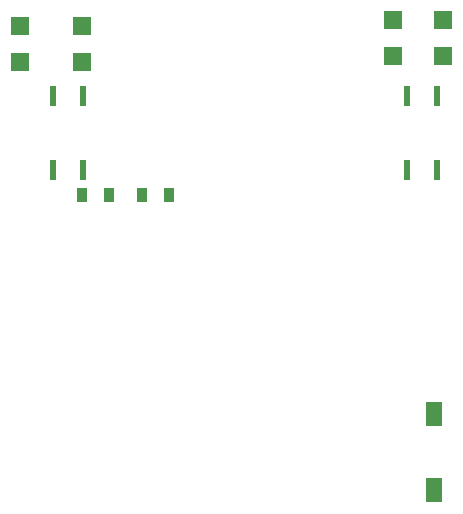
<source format=gbp>
G04*
G04 #@! TF.GenerationSoftware,Altium Limited,Altium Designer,21.3.2 (30)*
G04*
G04 Layer_Color=128*
%FSTAX24Y24*%
%MOIN*%
G70*
G04*
G04 #@! TF.SameCoordinates,FE128C83-0F67-4140-98D3-9062B7FE4468*
G04*
G04*
G04 #@! TF.FilePolarity,Positive*
G04*
G01*
G75*
%ADD24R,0.0354X0.0472*%
G04:AMPARAMS|DCode=82|XSize=65.4mil|YSize=23.2mil|CornerRadius=2.9mil|HoleSize=0mil|Usage=FLASHONLY|Rotation=270.000|XOffset=0mil|YOffset=0mil|HoleType=Round|Shape=RoundedRectangle|*
%AMROUNDEDRECTD82*
21,1,0.0654,0.0174,0,0,270.0*
21,1,0.0595,0.0232,0,0,270.0*
1,1,0.0058,-0.0087,-0.0298*
1,1,0.0058,-0.0087,0.0298*
1,1,0.0058,0.0087,0.0298*
1,1,0.0058,0.0087,-0.0298*
%
%ADD82ROUNDEDRECTD82*%
%ADD83R,0.0551X0.0787*%
%ADD84R,0.0630X0.0591*%
D24*
X011122Y013386D02*
D03*
X012022D02*
D03*
X013091D02*
D03*
X013991D02*
D03*
D82*
X01013Y016683D02*
D03*
X01113D02*
D03*
Y014222D02*
D03*
X01013D02*
D03*
X021941D02*
D03*
X022941D02*
D03*
Y016683D02*
D03*
X021941D02*
D03*
D83*
X022835Y003543D02*
D03*
Y006063D02*
D03*
D84*
X02313Y019193D02*
D03*
Y018012D02*
D03*
X021457Y019193D02*
D03*
Y018012D02*
D03*
X009055Y018996D02*
D03*
Y017815D02*
D03*
X011122Y018996D02*
D03*
Y017815D02*
D03*
M02*

</source>
